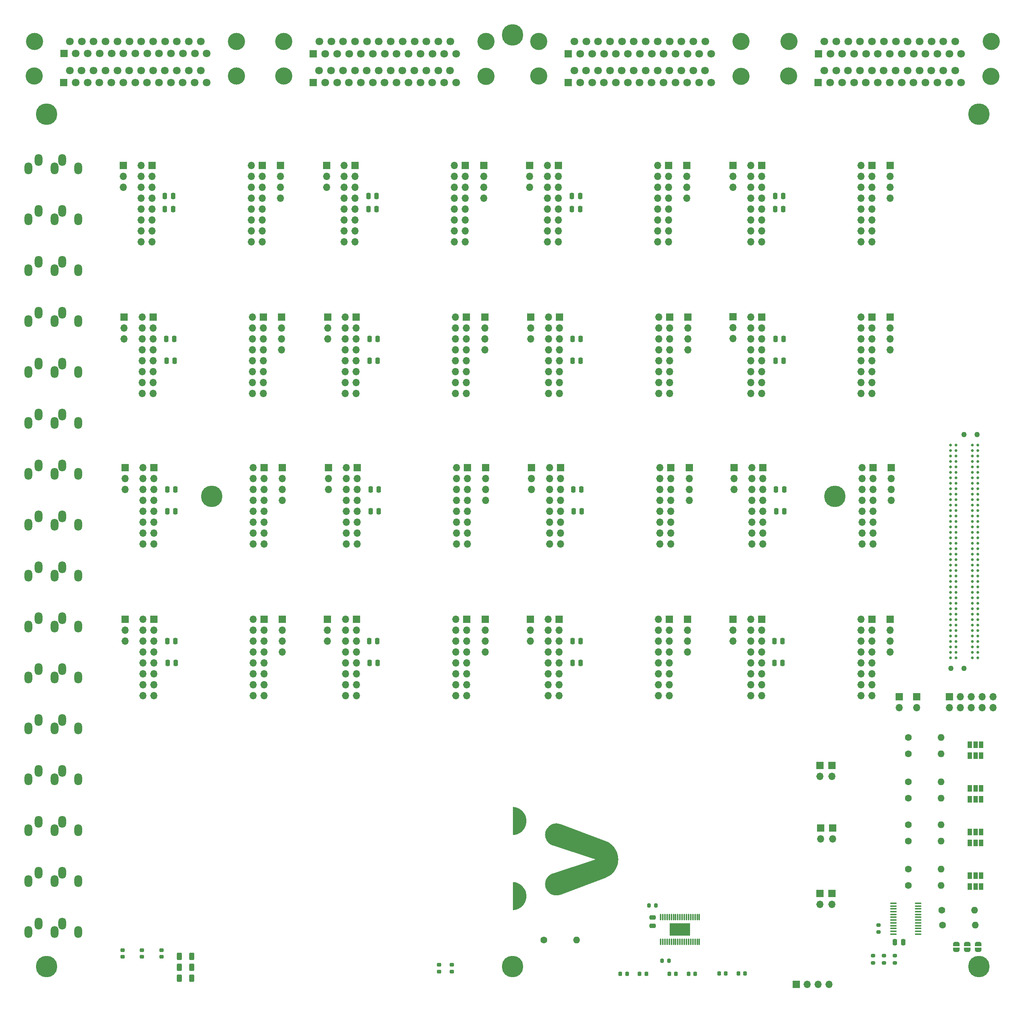
<source format=gbr>
G04 #@! TF.GenerationSoftware,KiCad,Pcbnew,7.0.0*
G04 #@! TF.CreationDate,2024-03-13T15:56:50+01:00*
G04 #@! TF.ProjectId,ADAU1787_rack,41444155-3137-4383-975f-7261636b2e6b,rev?*
G04 #@! TF.SameCoordinates,Original*
G04 #@! TF.FileFunction,Soldermask,Top*
G04 #@! TF.FilePolarity,Negative*
%FSLAX46Y46*%
G04 Gerber Fmt 4.6, Leading zero omitted, Abs format (unit mm)*
G04 Created by KiCad (PCBNEW 7.0.0) date 2024-03-13 15:56:50*
%MOMM*%
%LPD*%
G01*
G04 APERTURE LIST*
G04 Aperture macros list*
%AMRoundRect*
0 Rectangle with rounded corners*
0 $1 Rounding radius*
0 $2 $3 $4 $5 $6 $7 $8 $9 X,Y pos of 4 corners*
0 Add a 4 corners polygon primitive as box body*
4,1,4,$2,$3,$4,$5,$6,$7,$8,$9,$2,$3,0*
0 Add four circle primitives for the rounded corners*
1,1,$1+$1,$2,$3*
1,1,$1+$1,$4,$5*
1,1,$1+$1,$6,$7*
1,1,$1+$1,$8,$9*
0 Add four rect primitives between the rounded corners*
20,1,$1+$1,$2,$3,$4,$5,0*
20,1,$1+$1,$4,$5,$6,$7,0*
20,1,$1+$1,$6,$7,$8,$9,0*
20,1,$1+$1,$8,$9,$2,$3,0*%
%AMFreePoly0*
4,1,19,0.500000,-0.750000,0.000000,-0.750000,0.000000,-0.744911,-0.071157,-0.744911,-0.207708,-0.704816,-0.327430,-0.627875,-0.420627,-0.520320,-0.479746,-0.390866,-0.500000,-0.250000,-0.500000,0.250000,-0.479746,0.390866,-0.420627,0.520320,-0.327430,0.627875,-0.207708,0.704816,-0.071157,0.744911,0.000000,0.744911,0.000000,0.750000,0.500000,0.750000,0.500000,-0.750000,0.500000,-0.750000,
$1*%
%AMFreePoly1*
4,1,19,0.000000,0.744911,0.071157,0.744911,0.207708,0.704816,0.327430,0.627875,0.420627,0.520320,0.479746,0.390866,0.500000,0.250000,0.500000,-0.250000,0.479746,-0.390866,0.420627,-0.520320,0.327430,-0.627875,0.207708,-0.704816,0.071157,-0.744911,0.000000,-0.744911,0.000000,-0.750000,-0.500000,-0.750000,-0.500000,0.750000,0.000000,0.750000,0.000000,0.744911,0.000000,0.744911,
$1*%
G04 Aperture macros list end*
%ADD10C,0.000000*%
%ADD11R,1.700000X1.700000*%
%ADD12O,1.700000X1.700000*%
%ADD13O,1.800000X2.800000*%
%ADD14C,1.270000*%
%ADD15C,0.640000*%
%ADD16RoundRect,0.218750X-0.256250X0.218750X-0.256250X-0.218750X0.256250X-0.218750X0.256250X0.218750X0*%
%ADD17RoundRect,0.218750X0.218750X0.256250X-0.218750X0.256250X-0.218750X-0.256250X0.218750X-0.256250X0*%
%ADD18RoundRect,0.218750X-0.218750X-0.256250X0.218750X-0.256250X0.218750X0.256250X-0.218750X0.256250X0*%
%ADD19R,1.000000X1.500000*%
%ADD20C,1.600000*%
%ADD21O,1.600000X1.600000*%
%ADD22RoundRect,0.100000X0.637500X0.100000X-0.637500X0.100000X-0.637500X-0.100000X0.637500X-0.100000X0*%
%ADD23FreePoly0,90.000000*%
%ADD24FreePoly1,90.000000*%
%ADD25RoundRect,0.218750X0.256250X-0.218750X0.256250X0.218750X-0.256250X0.218750X-0.256250X-0.218750X0*%
%ADD26RoundRect,0.019600X0.120400X-0.700400X0.120400X0.700400X-0.120400X0.700400X-0.120400X-0.700400X0*%
%ADD27R,4.800000X3.000000*%
%ADD28RoundRect,0.250000X-0.250000X-0.475000X0.250000X-0.475000X0.250000X0.475000X-0.250000X0.475000X0*%
%ADD29RoundRect,0.250000X-0.475000X0.250000X-0.475000X-0.250000X0.475000X-0.250000X0.475000X0.250000X0*%
%ADD30RoundRect,0.200000X-0.200000X-0.275000X0.200000X-0.275000X0.200000X0.275000X-0.200000X0.275000X0*%
%ADD31RoundRect,0.250000X0.312500X0.625000X-0.312500X0.625000X-0.312500X-0.625000X0.312500X-0.625000X0*%
%ADD32RoundRect,0.200000X0.275000X-0.200000X0.275000X0.200000X-0.275000X0.200000X-0.275000X-0.200000X0*%
%ADD33RoundRect,0.250000X0.250000X0.475000X-0.250000X0.475000X-0.250000X-0.475000X0.250000X-0.475000X0*%
%ADD34RoundRect,0.200000X-0.275000X0.200000X-0.275000X-0.200000X0.275000X-0.200000X0.275000X0.200000X0*%
%ADD35C,5.000000*%
%ADD36C,4.000000*%
%ADD37R,1.800000X1.800000*%
%ADD38C,1.800000*%
G04 APERTURE END LIST*
D10*
G36*
X149840866Y-227631116D02*
G01*
X149896462Y-227632858D01*
X149951923Y-227635759D01*
X150007232Y-227639819D01*
X150062368Y-227645037D01*
X150117314Y-227651412D01*
X150172050Y-227658942D01*
X150226556Y-227667626D01*
X150280815Y-227677464D01*
X150334806Y-227688454D01*
X150388512Y-227700596D01*
X150441912Y-227713888D01*
X150494988Y-227728329D01*
X150547721Y-227743918D01*
X150600092Y-227760654D01*
X150652081Y-227778536D01*
X161227972Y-231728270D01*
X161553980Y-231864852D01*
X161865452Y-232024899D01*
X162161492Y-232207121D01*
X162441207Y-232410228D01*
X162703702Y-232632930D01*
X162948082Y-232873938D01*
X163173452Y-233131961D01*
X163378919Y-233405711D01*
X163563586Y-233693897D01*
X163726560Y-233995230D01*
X163866947Y-234308419D01*
X163983850Y-234632175D01*
X164076377Y-234965209D01*
X164143631Y-235306231D01*
X164184719Y-235653950D01*
X164198746Y-236007077D01*
X164195270Y-236184336D01*
X164184916Y-236360404D01*
X164167796Y-236535121D01*
X164144021Y-236708325D01*
X164113702Y-236879855D01*
X164076950Y-237049548D01*
X164033877Y-237217244D01*
X163984594Y-237382781D01*
X163929211Y-237545997D01*
X163867841Y-237706732D01*
X163800595Y-237864823D01*
X163727583Y-238020110D01*
X163648917Y-238172430D01*
X163564709Y-238321622D01*
X163475069Y-238467525D01*
X163380109Y-238609978D01*
X163279940Y-238748818D01*
X163174673Y-238883884D01*
X163064420Y-239015016D01*
X162949291Y-239142051D01*
X162829399Y-239264827D01*
X162704853Y-239383185D01*
X162575766Y-239496961D01*
X162442249Y-239605995D01*
X162304413Y-239710125D01*
X162162369Y-239809189D01*
X162016229Y-239903026D01*
X161866103Y-239991476D01*
X161712103Y-240074375D01*
X161554341Y-240151563D01*
X161392927Y-240222878D01*
X161227972Y-240288159D01*
X150656216Y-244236859D01*
X150603494Y-244254927D01*
X150550507Y-244271826D01*
X150497261Y-244287555D01*
X150443764Y-244302116D01*
X150390025Y-244315508D01*
X150336052Y-244327734D01*
X150281852Y-244338792D01*
X150227434Y-244348684D01*
X150172804Y-244357409D01*
X150117972Y-244364970D01*
X150007729Y-244376598D01*
X149896770Y-244383571D01*
X149785156Y-244385895D01*
X149650737Y-244382478D01*
X149518058Y-244372338D01*
X149387288Y-244355639D01*
X149258589Y-244332549D01*
X149132130Y-244303233D01*
X149008074Y-244267855D01*
X148886588Y-244226583D01*
X148767838Y-244179581D01*
X148651988Y-244127015D01*
X148539205Y-244069051D01*
X148429654Y-244005855D01*
X148323501Y-243937592D01*
X148220912Y-243864427D01*
X148122052Y-243786528D01*
X148027087Y-243704058D01*
X147936182Y-243617184D01*
X147849503Y-243526072D01*
X147767216Y-243430887D01*
X147689487Y-243331795D01*
X147616480Y-243228961D01*
X147548362Y-243122552D01*
X147485298Y-243012732D01*
X147427455Y-242899667D01*
X147374997Y-242783524D01*
X147328090Y-242664468D01*
X147286899Y-242542664D01*
X147251592Y-242418278D01*
X147222332Y-242291476D01*
X147199287Y-242162423D01*
X147182620Y-242031286D01*
X147172499Y-241898229D01*
X147169089Y-241763419D01*
X147171201Y-241657174D01*
X147177492Y-241551822D01*
X147187895Y-241447457D01*
X147202340Y-241344172D01*
X147220760Y-241242061D01*
X147243087Y-241141218D01*
X147269252Y-241041736D01*
X147299186Y-240943709D01*
X147332823Y-240847231D01*
X147370093Y-240752395D01*
X147410929Y-240659294D01*
X147455262Y-240568023D01*
X147503025Y-240478675D01*
X147554148Y-240391343D01*
X147608564Y-240306122D01*
X147666205Y-240223105D01*
X147727002Y-240142385D01*
X147790887Y-240064056D01*
X147857792Y-239988212D01*
X147927649Y-239914947D01*
X148000390Y-239844354D01*
X148075946Y-239776526D01*
X148154249Y-239711558D01*
X148235232Y-239649542D01*
X148318825Y-239590574D01*
X148404961Y-239534745D01*
X148493572Y-239482150D01*
X148584589Y-239432883D01*
X148677944Y-239387037D01*
X148773569Y-239344705D01*
X148871396Y-239305982D01*
X148971356Y-239270961D01*
X158311148Y-236208202D01*
X158925064Y-236007077D01*
X158311148Y-235806160D01*
X148970325Y-232743195D01*
X148772362Y-232669452D01*
X148583252Y-232581281D01*
X148403536Y-232479428D01*
X148233752Y-232364644D01*
X148074444Y-232237676D01*
X147926151Y-232099272D01*
X147789414Y-231950182D01*
X147664775Y-231791153D01*
X147552774Y-231622934D01*
X147453951Y-231446273D01*
X147368848Y-231261918D01*
X147298005Y-231070619D01*
X147241964Y-230873124D01*
X147201265Y-230670180D01*
X147176449Y-230462537D01*
X147168057Y-230250943D01*
X147171564Y-230116325D01*
X147181775Y-229983448D01*
X147198525Y-229852478D01*
X147221649Y-229723582D01*
X147250981Y-229596926D01*
X147286356Y-229472674D01*
X147327609Y-229350995D01*
X147374573Y-229232053D01*
X147427084Y-229116015D01*
X147484975Y-229003047D01*
X147548083Y-228893315D01*
X147616240Y-228786985D01*
X147689282Y-228684223D01*
X147767044Y-228585195D01*
X147849359Y-228490067D01*
X147936063Y-228399005D01*
X148026990Y-228312176D01*
X148121975Y-228229744D01*
X148220851Y-228151878D01*
X148323454Y-228078742D01*
X148429619Y-228010502D01*
X148539179Y-227947325D01*
X148651970Y-227889377D01*
X148767825Y-227836824D01*
X148886580Y-227789831D01*
X149008070Y-227748565D01*
X149132127Y-227713192D01*
X149258589Y-227683879D01*
X149387287Y-227660790D01*
X149518059Y-227644092D01*
X149650737Y-227633952D01*
X149785156Y-227630535D01*
X149840866Y-227631116D01*
G37*
G36*
X139763349Y-223801804D02*
G01*
X139770261Y-223802377D01*
X139784042Y-223803677D01*
X139797807Y-223805034D01*
X139811606Y-223806273D01*
X139922234Y-223814573D01*
X140030210Y-223827246D01*
X140135174Y-223843758D01*
X140236763Y-223863577D01*
X140334616Y-223886170D01*
X140428371Y-223911004D01*
X140517665Y-223937545D01*
X140602138Y-223965261D01*
X140681428Y-223993619D01*
X140755173Y-224022086D01*
X140823010Y-224050128D01*
X140884579Y-224077213D01*
X140987465Y-224126379D01*
X141060934Y-224165321D01*
X141060934Y-224168214D01*
X141252304Y-224277185D01*
X141435394Y-224398381D01*
X141609642Y-224531242D01*
X141774489Y-224675209D01*
X141929372Y-224829723D01*
X142073731Y-224994223D01*
X142207005Y-225168151D01*
X142328632Y-225350947D01*
X142438051Y-225542051D01*
X142534702Y-225740903D01*
X142618022Y-225946944D01*
X142687452Y-226159615D01*
X142742430Y-226378356D01*
X142782394Y-226602607D01*
X142806784Y-226831809D01*
X142815039Y-227065401D01*
X142812964Y-227182711D01*
X142806784Y-227298993D01*
X142796571Y-227414175D01*
X142782394Y-227528190D01*
X142764324Y-227640966D01*
X142742430Y-227752433D01*
X142716782Y-227862523D01*
X142687452Y-227971164D01*
X142654509Y-228078287D01*
X142618022Y-228183823D01*
X142578063Y-228287700D01*
X142534702Y-228389850D01*
X142488008Y-228490203D01*
X142438051Y-228588688D01*
X142384903Y-228685235D01*
X142328632Y-228779775D01*
X142269309Y-228872238D01*
X142207005Y-228962554D01*
X142141789Y-229050653D01*
X142073731Y-229136465D01*
X142002902Y-229219920D01*
X141929372Y-229300948D01*
X141853211Y-229379480D01*
X141774489Y-229455445D01*
X141693276Y-229528774D01*
X141609642Y-229599396D01*
X141523658Y-229667242D01*
X141435394Y-229732242D01*
X141344919Y-229794326D01*
X141252304Y-229853424D01*
X141157619Y-229909466D01*
X141060934Y-229962383D01*
X141060934Y-229962589D01*
X141044487Y-229971179D01*
X141028176Y-229979402D01*
X140995618Y-229995662D01*
X140984354Y-230001355D01*
X140973136Y-230007116D01*
X140961893Y-230012834D01*
X140956240Y-230015642D01*
X140950555Y-230018399D01*
X140843870Y-230068387D01*
X140740342Y-230112755D01*
X140640220Y-230151834D01*
X140543752Y-230185954D01*
X140451184Y-230215447D01*
X140362764Y-230240641D01*
X140278740Y-230261867D01*
X140199359Y-230279456D01*
X140124868Y-230293739D01*
X140055517Y-230305044D01*
X139991550Y-230313704D01*
X139933217Y-230320048D01*
X139834442Y-230327109D01*
X139761169Y-230328871D01*
X139756415Y-230329285D01*
X139756415Y-230328871D01*
X139709214Y-230328776D01*
X139690944Y-230328688D01*
X139685104Y-230328596D01*
X139682208Y-230328458D01*
X139683035Y-223802552D01*
X139701488Y-223802737D01*
X139719830Y-223803201D01*
X139756415Y-223804412D01*
X139756415Y-223801311D01*
X139763349Y-223801804D01*
G37*
G36*
X139760361Y-241275869D02*
G01*
X139764293Y-241276188D01*
X139772135Y-241276899D01*
X139779972Y-241277628D01*
X139787836Y-241278281D01*
X139900127Y-241285852D01*
X140009769Y-241297987D01*
X140116389Y-241314134D01*
X140219613Y-241333743D01*
X140319066Y-241356261D01*
X140414375Y-241381138D01*
X140505165Y-241407823D01*
X140591062Y-241435763D01*
X140671692Y-241464409D01*
X140746682Y-241493208D01*
X140815657Y-241521609D01*
X140878242Y-241549062D01*
X140982751Y-241598917D01*
X141057214Y-241638361D01*
X141057214Y-241640634D01*
X141248956Y-241749492D01*
X141432409Y-241870610D01*
X141607010Y-242003428D01*
X141772196Y-242147384D01*
X141927404Y-242301918D01*
X142072069Y-242466469D01*
X142205631Y-242640475D01*
X142327524Y-242823376D01*
X142437186Y-243014611D01*
X142534053Y-243213619D01*
X142617563Y-243419838D01*
X142687153Y-243632709D01*
X142742258Y-243851669D01*
X142782316Y-244076157D01*
X142806764Y-244305614D01*
X142815039Y-244539478D01*
X142812607Y-244666463D01*
X142805370Y-244792236D01*
X142793418Y-244916710D01*
X142776839Y-245039794D01*
X142755723Y-245161401D01*
X142730158Y-245281440D01*
X142700233Y-245399824D01*
X142666038Y-245516464D01*
X142627661Y-245631269D01*
X142585191Y-245744153D01*
X142538717Y-245855025D01*
X142488329Y-245963797D01*
X142434115Y-246070380D01*
X142376165Y-246174684D01*
X142314566Y-246276622D01*
X142249409Y-246376105D01*
X142180783Y-246473042D01*
X142108775Y-246567347D01*
X142033476Y-246658928D01*
X141954974Y-246747699D01*
X141873358Y-246833569D01*
X141788717Y-246916450D01*
X141701141Y-246996253D01*
X141610718Y-247072890D01*
X141517537Y-247146270D01*
X141421687Y-247216306D01*
X141323257Y-247282909D01*
X141222337Y-247345989D01*
X141119014Y-247405457D01*
X141013379Y-247461226D01*
X140905520Y-247513205D01*
X140795526Y-247561307D01*
X140705718Y-247598331D01*
X140618612Y-247631392D01*
X140534367Y-247660713D01*
X140453142Y-247686513D01*
X140375097Y-247709013D01*
X140300390Y-247728435D01*
X140229180Y-247744998D01*
X140161626Y-247758925D01*
X140097888Y-247770436D01*
X140038124Y-247779751D01*
X139982494Y-247787092D01*
X139931157Y-247792680D01*
X139841998Y-247799478D01*
X139771918Y-247801913D01*
X139756415Y-247803360D01*
X139756415Y-247801913D01*
X139706351Y-247801866D01*
X139687475Y-247801754D01*
X139681474Y-247801648D01*
X139678488Y-247801498D01*
X139679315Y-241275592D01*
X139698706Y-241275799D01*
X139717982Y-241276316D01*
X139756415Y-241277661D01*
X139756415Y-241275592D01*
X139760361Y-241275869D01*
G37*
D11*
X56143499Y-180073999D03*
D12*
X53603499Y-180073999D03*
X56143499Y-182613999D03*
X53603499Y-182613999D03*
X56143499Y-185153999D03*
X53603499Y-185153999D03*
X56143499Y-187693999D03*
X53603499Y-187693999D03*
X56143499Y-190233999D03*
X53603499Y-190233999D03*
X56143499Y-192773999D03*
X53603499Y-192773999D03*
X56143499Y-195313999D03*
X53603499Y-195313999D03*
X56143499Y-197853999D03*
X53603499Y-197853999D03*
D11*
X81797499Y-180073999D03*
D12*
X79257499Y-180073999D03*
X81797499Y-182613999D03*
X79257499Y-182613999D03*
X81797499Y-185153999D03*
X79257499Y-185153999D03*
X81797499Y-187693999D03*
X79257499Y-187693999D03*
X81797499Y-190233999D03*
X79257499Y-190233999D03*
X81797499Y-192773999D03*
X79257499Y-192773999D03*
X81797499Y-195313999D03*
X79257499Y-195313999D03*
X81797499Y-197853999D03*
X79257499Y-197853999D03*
D13*
X34774219Y-96843964D03*
X32974219Y-98843964D03*
X26874219Y-98843964D03*
X29274219Y-96843964D03*
X38474219Y-98843964D03*
X34774219Y-84990631D03*
X32974219Y-86990631D03*
X26874219Y-86990631D03*
X29274219Y-84990631D03*
X38474219Y-86990631D03*
X34774219Y-215377294D03*
X32974219Y-217377294D03*
X26874219Y-217377294D03*
X29274219Y-215377294D03*
X38474219Y-217377294D03*
X34774219Y-239083960D03*
X32974219Y-241083960D03*
X26874219Y-241083960D03*
X29274219Y-239083960D03*
X38474219Y-241083960D03*
X34774219Y-250937298D03*
X32974219Y-252937298D03*
X26874219Y-252937298D03*
X29274219Y-250937298D03*
X38474219Y-252937298D03*
X34774219Y-73137298D03*
X32974219Y-75137298D03*
X26874219Y-75137298D03*
X29274219Y-73137298D03*
X38474219Y-75137298D03*
X34774219Y-227230627D03*
X32974219Y-229230627D03*
X26874219Y-229230627D03*
X29274219Y-227230627D03*
X38474219Y-229230627D03*
X34774219Y-191670628D03*
X32974219Y-193670628D03*
X26874219Y-193670628D03*
X29274219Y-191670628D03*
X38474219Y-193670628D03*
X34774219Y-179817295D03*
X32974219Y-181817295D03*
X26874219Y-181817295D03*
X29274219Y-179817295D03*
X38474219Y-181817295D03*
X34774219Y-120550630D03*
X32974219Y-122550630D03*
X26874219Y-122550630D03*
X29274219Y-120550630D03*
X38474219Y-122550630D03*
X34774219Y-167963962D03*
X32974219Y-169963962D03*
X26874219Y-169963962D03*
X29274219Y-167963962D03*
X38474219Y-169963962D03*
X34774219Y-156110629D03*
X32974219Y-158110629D03*
X26874219Y-158110629D03*
X29274219Y-156110629D03*
X38474219Y-158110629D03*
X34774219Y-144257296D03*
X32974219Y-146257296D03*
X26874219Y-146257296D03*
X29274219Y-144257296D03*
X38474219Y-146257296D03*
X34774219Y-203523961D03*
X32974219Y-205523961D03*
X26874219Y-205523961D03*
X29274219Y-203523961D03*
X38474219Y-205523961D03*
D11*
X103263045Y-180073999D03*
D12*
X100723045Y-180073999D03*
X103263045Y-182613999D03*
X100723045Y-182613999D03*
X103263045Y-185153999D03*
X100723045Y-185153999D03*
X103263045Y-187693999D03*
X100723045Y-187693999D03*
X103263045Y-190233999D03*
X100723045Y-190233999D03*
X103263045Y-192773999D03*
X100723045Y-192773999D03*
X103263045Y-195313999D03*
X100723045Y-195313999D03*
X103263045Y-197853999D03*
X100723045Y-197853999D03*
D11*
X128917045Y-180073999D03*
D12*
X126377045Y-180073999D03*
X128917045Y-182613999D03*
X126377045Y-182613999D03*
X128917045Y-185153999D03*
X126377045Y-185153999D03*
X128917045Y-187693999D03*
X126377045Y-187693999D03*
X128917045Y-190233999D03*
X126377045Y-190233999D03*
X128917045Y-192773999D03*
X126377045Y-192773999D03*
X128917045Y-195313999D03*
X126377045Y-195313999D03*
X128917045Y-197853999D03*
X126377045Y-197853999D03*
D11*
X103429712Y-144823499D03*
D12*
X100889712Y-144823499D03*
X103429712Y-147363499D03*
X100889712Y-147363499D03*
X103429712Y-149903499D03*
X100889712Y-149903499D03*
X103429712Y-152443499D03*
X100889712Y-152443499D03*
X103429712Y-154983499D03*
X100889712Y-154983499D03*
X103429712Y-157523499D03*
X100889712Y-157523499D03*
X103429712Y-160063499D03*
X100889712Y-160063499D03*
X103429712Y-162603499D03*
X100889712Y-162603499D03*
D11*
X129083712Y-144823499D03*
D12*
X126543712Y-144823499D03*
X129083712Y-147363499D03*
X126543712Y-147363499D03*
X129083712Y-149903499D03*
X126543712Y-149903499D03*
X129083712Y-152443499D03*
X126543712Y-152443499D03*
X129083712Y-154983499D03*
X126543712Y-154983499D03*
X129083712Y-157523499D03*
X126543712Y-157523499D03*
X129083712Y-160063499D03*
X126543712Y-160063499D03*
X129083712Y-162603499D03*
X126543712Y-162603499D03*
D11*
X150532285Y-109727999D03*
D12*
X147992285Y-109727999D03*
X150532285Y-112267999D03*
X147992285Y-112267999D03*
X150532285Y-114807999D03*
X147992285Y-114807999D03*
X150532285Y-117347999D03*
X147992285Y-117347999D03*
X150532285Y-119887999D03*
X147992285Y-119887999D03*
X150532285Y-122427999D03*
X147992285Y-122427999D03*
X150532285Y-124967999D03*
X147992285Y-124967999D03*
X150532285Y-127507999D03*
X147992285Y-127507999D03*
D11*
X176186285Y-109727999D03*
D12*
X173646285Y-109727999D03*
X176186285Y-112267999D03*
X173646285Y-112267999D03*
X176186285Y-114807999D03*
X173646285Y-114807999D03*
X176186285Y-117347999D03*
X173646285Y-117347999D03*
X176186285Y-119887999D03*
X173646285Y-119887999D03*
X176186285Y-122427999D03*
X173646285Y-122427999D03*
X176186285Y-124967999D03*
X173646285Y-124967999D03*
X176186285Y-127507999D03*
X173646285Y-127507999D03*
D11*
X55666359Y-74421999D03*
D12*
X53126359Y-74421999D03*
X55666359Y-76961999D03*
X53126359Y-76961999D03*
X55666359Y-79501999D03*
X53126359Y-79501999D03*
X55666359Y-82041999D03*
X53126359Y-82041999D03*
X55666359Y-84581999D03*
X53126359Y-84581999D03*
X55666359Y-87121999D03*
X53126359Y-87121999D03*
X55666359Y-89661999D03*
X53126359Y-89661999D03*
X55666359Y-92201999D03*
X53126359Y-92201999D03*
D11*
X81320359Y-74421999D03*
D12*
X78780359Y-74421999D03*
X81320359Y-76961999D03*
X78780359Y-76961999D03*
X81320359Y-79501999D03*
X78780359Y-79501999D03*
X81320359Y-82041999D03*
X78780359Y-82041999D03*
X81320359Y-84581999D03*
X78780359Y-84581999D03*
X81320359Y-87121999D03*
X78780359Y-87121999D03*
X81320359Y-89661999D03*
X78780359Y-89661999D03*
X81320359Y-92201999D03*
X78780359Y-92201999D03*
D11*
X197611999Y-74421999D03*
D12*
X195071999Y-74421999D03*
X197611999Y-76961999D03*
X195071999Y-76961999D03*
X197611999Y-79501999D03*
X195071999Y-79501999D03*
X197611999Y-82041999D03*
X195071999Y-82041999D03*
X197611999Y-84581999D03*
X195071999Y-84581999D03*
X197611999Y-87121999D03*
X195071999Y-87121999D03*
X197611999Y-89661999D03*
X195071999Y-89661999D03*
X197611999Y-92201999D03*
X195071999Y-92201999D03*
D11*
X223265999Y-74421999D03*
D12*
X220725999Y-74421999D03*
X223265999Y-76961999D03*
X220725999Y-76961999D03*
X223265999Y-79501999D03*
X220725999Y-79501999D03*
X223265999Y-82041999D03*
X220725999Y-82041999D03*
X223265999Y-84581999D03*
X220725999Y-84581999D03*
X223265999Y-87121999D03*
X220725999Y-87121999D03*
X223265999Y-89661999D03*
X220725999Y-89661999D03*
X223265999Y-92201999D03*
X220725999Y-92201999D03*
D11*
X102952572Y-74421999D03*
D12*
X100412572Y-74421999D03*
X102952572Y-76961999D03*
X100412572Y-76961999D03*
X102952572Y-79501999D03*
X100412572Y-79501999D03*
X102952572Y-82041999D03*
X100412572Y-82041999D03*
X102952572Y-84581999D03*
X100412572Y-84581999D03*
X102952572Y-87121999D03*
X100412572Y-87121999D03*
X102952572Y-89661999D03*
X100412572Y-89661999D03*
X102952572Y-92201999D03*
X100412572Y-92201999D03*
D11*
X128606572Y-74421999D03*
D12*
X126066572Y-74421999D03*
X128606572Y-76961999D03*
X126066572Y-76961999D03*
X128606572Y-79501999D03*
X126066572Y-79501999D03*
X128606572Y-82041999D03*
X126066572Y-82041999D03*
X128606572Y-84581999D03*
X126066572Y-84581999D03*
X128606572Y-87121999D03*
X126066572Y-87121999D03*
X128606572Y-89661999D03*
X126066572Y-89661999D03*
X128606572Y-92201999D03*
X126066572Y-92201999D03*
D11*
X150759425Y-144823499D03*
D12*
X148219425Y-144823499D03*
X150759425Y-147363499D03*
X148219425Y-147363499D03*
X150759425Y-149903499D03*
X148219425Y-149903499D03*
X150759425Y-152443499D03*
X148219425Y-152443499D03*
X150759425Y-154983499D03*
X148219425Y-154983499D03*
X150759425Y-157523499D03*
X148219425Y-157523499D03*
X150759425Y-160063499D03*
X148219425Y-160063499D03*
X150759425Y-162603499D03*
X148219425Y-162603499D03*
D11*
X176413425Y-144823499D03*
D12*
X173873425Y-144823499D03*
X176413425Y-147363499D03*
X173873425Y-147363499D03*
X176413425Y-149903499D03*
X173873425Y-149903499D03*
X176413425Y-152443499D03*
X173873425Y-152443499D03*
X176413425Y-154983499D03*
X173873425Y-154983499D03*
X176413425Y-157523499D03*
X173873425Y-157523499D03*
X176413425Y-160063499D03*
X173873425Y-160063499D03*
X176413425Y-162603499D03*
X173873425Y-162603499D03*
D11*
X150426091Y-180073999D03*
D12*
X147886091Y-180073999D03*
X150426091Y-182613999D03*
X147886091Y-182613999D03*
X150426091Y-185153999D03*
X147886091Y-185153999D03*
X150426091Y-187693999D03*
X147886091Y-187693999D03*
X150426091Y-190233999D03*
X147886091Y-190233999D03*
X150426091Y-192773999D03*
X147886091Y-192773999D03*
X150426091Y-195313999D03*
X147886091Y-195313999D03*
X150426091Y-197853999D03*
X147886091Y-197853999D03*
D11*
X176080091Y-180073999D03*
D12*
X173540091Y-180073999D03*
X176080091Y-182613999D03*
X173540091Y-182613999D03*
X176080091Y-185153999D03*
X173540091Y-185153999D03*
X176080091Y-187693999D03*
X173540091Y-187693999D03*
X176080091Y-190233999D03*
X173540091Y-190233999D03*
X176080091Y-192773999D03*
X173540091Y-192773999D03*
X176080091Y-195313999D03*
X173540091Y-195313999D03*
X176080091Y-197853999D03*
X173540091Y-197853999D03*
D14*
X244685000Y-137110000D03*
X241635000Y-191490000D03*
D15*
X241510000Y-189065000D03*
X241510000Y-187795000D03*
X241510000Y-186525000D03*
X241510000Y-185255000D03*
X241510000Y-183985000D03*
X241510000Y-182715000D03*
X241510000Y-181445000D03*
X241510000Y-180175000D03*
X241510000Y-178905000D03*
X241510000Y-177635000D03*
X241510000Y-176365000D03*
X241510000Y-175095000D03*
X241510000Y-173825000D03*
X241510000Y-172555000D03*
X241510000Y-171285000D03*
X241510000Y-170015000D03*
X241510000Y-168745000D03*
X241510000Y-167475000D03*
X241510000Y-166205000D03*
X241510000Y-164935000D03*
X241510000Y-163665000D03*
X241510000Y-162395000D03*
X241510000Y-161125000D03*
X241510000Y-159855000D03*
X241510000Y-158585000D03*
X241510000Y-157315000D03*
X241510000Y-156045000D03*
X241510000Y-154775000D03*
X241510000Y-153505000D03*
X241510000Y-152235000D03*
X241510000Y-150965000D03*
X241510000Y-149695000D03*
X241510000Y-148425000D03*
X241510000Y-147155000D03*
X241510000Y-145885000D03*
X241510000Y-144615000D03*
X241510000Y-143345000D03*
X241510000Y-142075000D03*
X241510000Y-140805000D03*
X241510000Y-139535000D03*
X242780000Y-189065000D03*
X242780000Y-187795000D03*
X242780000Y-186525000D03*
X242780000Y-185255000D03*
X242780000Y-183985000D03*
X242780000Y-182715000D03*
X242780000Y-181445000D03*
X242780000Y-180175000D03*
X242780000Y-178905000D03*
X242780000Y-177635000D03*
X242780000Y-176365000D03*
X242780000Y-175095000D03*
X242780000Y-173825000D03*
X242780000Y-172555000D03*
X242780000Y-171285000D03*
X242780000Y-170015000D03*
X242780000Y-168745000D03*
X242780000Y-167475000D03*
X242780000Y-166205000D03*
X242780000Y-164935000D03*
X242780000Y-163665000D03*
X242780000Y-162395000D03*
X242780000Y-161125000D03*
X242780000Y-159855000D03*
X242780000Y-158585000D03*
X242780000Y-157315000D03*
X242780000Y-156045000D03*
X242780000Y-154775000D03*
X242780000Y-153505000D03*
X242780000Y-152235000D03*
X242780000Y-150965000D03*
X242780000Y-149695000D03*
X242780000Y-148425000D03*
X242780000Y-147155000D03*
X242780000Y-145885000D03*
X242780000Y-144615000D03*
X242780000Y-143345000D03*
X242780000Y-142075000D03*
X242780000Y-140805000D03*
X242780000Y-139535000D03*
X246590000Y-189065000D03*
X246590000Y-187795000D03*
X246590000Y-186525000D03*
X246590000Y-185255000D03*
X246590000Y-183985000D03*
X246590000Y-182715000D03*
X246590000Y-181445000D03*
X246590000Y-180175000D03*
X246590000Y-178905000D03*
X246590000Y-177635000D03*
X246590000Y-176365000D03*
X246590000Y-175095000D03*
X246590000Y-173825000D03*
X246590000Y-172555000D03*
X246590000Y-171285000D03*
X246590000Y-170015000D03*
X246590000Y-168745000D03*
X246590000Y-167475000D03*
X246590000Y-166205000D03*
X246590000Y-164935000D03*
X246590000Y-163665000D03*
X246590000Y-162395000D03*
X246590000Y-161125000D03*
X246590000Y-159855000D03*
X246590000Y-158585000D03*
X246590000Y-157315000D03*
X246590000Y-156045000D03*
X246590000Y-154775000D03*
X246590000Y-153505000D03*
X246590000Y-152235000D03*
X246590000Y-150965000D03*
X246590000Y-149695000D03*
X246590000Y-148425000D03*
X246590000Y-147155000D03*
X246590000Y-145885000D03*
X246590000Y-144615000D03*
X246590000Y-143345000D03*
X246590000Y-142075000D03*
X246590000Y-140805000D03*
X246590000Y-139535000D03*
X247860000Y-189065000D03*
X247860000Y-187795000D03*
X247860000Y-186525000D03*
X247860000Y-185255000D03*
X247860000Y-183985000D03*
X247860000Y-182715000D03*
X247860000Y-181445000D03*
X247860000Y-180175000D03*
X247860000Y-178905000D03*
X247860000Y-177635000D03*
X247860000Y-176365000D03*
X247860000Y-175095000D03*
X247860000Y-173825000D03*
X247860000Y-172555000D03*
X247860000Y-171285000D03*
X247860000Y-170015000D03*
X247860000Y-168745000D03*
X247860000Y-167475000D03*
X247860000Y-166205000D03*
X247860000Y-164935000D03*
X247860000Y-163665000D03*
X247860000Y-162395000D03*
X247860000Y-161125000D03*
X247860000Y-159855000D03*
X247860000Y-158585000D03*
X247860000Y-157315000D03*
X247860000Y-156045000D03*
X247860000Y-154775000D03*
X247860000Y-153505000D03*
X247860000Y-152235000D03*
X247860000Y-150965000D03*
X247860000Y-149695000D03*
X247860000Y-148425000D03*
X247860000Y-147155000D03*
X247860000Y-145885000D03*
X247860000Y-144615000D03*
X247860000Y-143345000D03*
X247860000Y-142075000D03*
X247860000Y-140805000D03*
X247860000Y-139535000D03*
D11*
X197611999Y-109727999D03*
D12*
X195071999Y-109727999D03*
X197611999Y-112267999D03*
X195071999Y-112267999D03*
X197611999Y-114807999D03*
X195071999Y-114807999D03*
X197611999Y-117347999D03*
X195071999Y-117347999D03*
X197611999Y-119887999D03*
X195071999Y-119887999D03*
X197611999Y-122427999D03*
X195071999Y-122427999D03*
X197611999Y-124967999D03*
X195071999Y-124967999D03*
X197611999Y-127507999D03*
X195071999Y-127507999D03*
D11*
X223265999Y-109727999D03*
D12*
X220725999Y-109727999D03*
X223265999Y-112267999D03*
X220725999Y-112267999D03*
X223265999Y-114807999D03*
X220725999Y-114807999D03*
X223265999Y-117347999D03*
X220725999Y-117347999D03*
X223265999Y-119887999D03*
X220725999Y-119887999D03*
X223265999Y-122427999D03*
X220725999Y-122427999D03*
X223265999Y-124967999D03*
X220725999Y-124967999D03*
X223265999Y-127507999D03*
X220725999Y-127507999D03*
D11*
X150282285Y-74421999D03*
D12*
X147742285Y-74421999D03*
X150282285Y-76961999D03*
X147742285Y-76961999D03*
X150282285Y-79501999D03*
X147742285Y-79501999D03*
X150282285Y-82041999D03*
X147742285Y-82041999D03*
X150282285Y-84581999D03*
X147742285Y-84581999D03*
X150282285Y-87121999D03*
X147742285Y-87121999D03*
X150282285Y-89661999D03*
X147742285Y-89661999D03*
X150282285Y-92201999D03*
X147742285Y-92201999D03*
D11*
X175936285Y-74421999D03*
D12*
X173396285Y-74421999D03*
X175936285Y-76961999D03*
X173396285Y-76961999D03*
X175936285Y-79501999D03*
X173396285Y-79501999D03*
X175936285Y-82041999D03*
X173396285Y-82041999D03*
X175936285Y-84581999D03*
X173396285Y-84581999D03*
X175936285Y-87121999D03*
X173396285Y-87121999D03*
X175936285Y-89661999D03*
X173396285Y-89661999D03*
X175936285Y-92201999D03*
X173396285Y-92201999D03*
D11*
X197589139Y-180073999D03*
D12*
X195049139Y-180073999D03*
X197589139Y-182613999D03*
X195049139Y-182613999D03*
X197589139Y-185153999D03*
X195049139Y-185153999D03*
X197589139Y-187693999D03*
X195049139Y-187693999D03*
X197589139Y-190233999D03*
X195049139Y-190233999D03*
X197589139Y-192773999D03*
X195049139Y-192773999D03*
X197589139Y-195313999D03*
X195049139Y-195313999D03*
X197589139Y-197853999D03*
X195049139Y-197853999D03*
D11*
X223243139Y-180073999D03*
D12*
X220703139Y-180073999D03*
X223243139Y-182613999D03*
X220703139Y-182613999D03*
X223243139Y-185153999D03*
X220703139Y-185153999D03*
X223243139Y-187693999D03*
X220703139Y-187693999D03*
X223243139Y-190233999D03*
X220703139Y-190233999D03*
X223243139Y-192773999D03*
X220703139Y-192773999D03*
X223243139Y-195313999D03*
X220703139Y-195313999D03*
X223243139Y-197853999D03*
X220703139Y-197853999D03*
D11*
X55916359Y-109727999D03*
D12*
X53376359Y-109727999D03*
X55916359Y-112267999D03*
X53376359Y-112267999D03*
X55916359Y-114807999D03*
X53376359Y-114807999D03*
X55916359Y-117347999D03*
X53376359Y-117347999D03*
X55916359Y-119887999D03*
X53376359Y-119887999D03*
X55916359Y-122427999D03*
X53376359Y-122427999D03*
X55916359Y-124967999D03*
X53376359Y-124967999D03*
X55916359Y-127507999D03*
X53376359Y-127507999D03*
D11*
X81570359Y-109727999D03*
D12*
X79030359Y-109727999D03*
X81570359Y-112267999D03*
X79030359Y-112267999D03*
X81570359Y-114807999D03*
X79030359Y-114807999D03*
X81570359Y-117347999D03*
X79030359Y-117347999D03*
X81570359Y-119887999D03*
X79030359Y-119887999D03*
X81570359Y-122427999D03*
X79030359Y-122427999D03*
X81570359Y-124967999D03*
X79030359Y-124967999D03*
X81570359Y-127507999D03*
X79030359Y-127507999D03*
D11*
X103202572Y-109727999D03*
D12*
X100662572Y-109727999D03*
X103202572Y-112267999D03*
X100662572Y-112267999D03*
X103202572Y-114807999D03*
X100662572Y-114807999D03*
X103202572Y-117347999D03*
X100662572Y-117347999D03*
X103202572Y-119887999D03*
X100662572Y-119887999D03*
X103202572Y-122427999D03*
X100662572Y-122427999D03*
X103202572Y-124967999D03*
X100662572Y-124967999D03*
X103202572Y-127507999D03*
X100662572Y-127507999D03*
D11*
X128856572Y-109727999D03*
D12*
X126316572Y-109727999D03*
X128856572Y-112267999D03*
X126316572Y-112267999D03*
X128856572Y-114807999D03*
X126316572Y-114807999D03*
X128856572Y-117347999D03*
X126316572Y-117347999D03*
X128856572Y-119887999D03*
X126316572Y-119887999D03*
X128856572Y-122427999D03*
X126316572Y-122427999D03*
X128856572Y-124967999D03*
X126316572Y-124967999D03*
X128856572Y-127507999D03*
X126316572Y-127507999D03*
D11*
X56143499Y-144823499D03*
D12*
X53603499Y-144823499D03*
X56143499Y-147363499D03*
X53603499Y-147363499D03*
X56143499Y-149903499D03*
X53603499Y-149903499D03*
X56143499Y-152443499D03*
X53603499Y-152443499D03*
X56143499Y-154983499D03*
X53603499Y-154983499D03*
X56143499Y-157523499D03*
X53603499Y-157523499D03*
X56143499Y-160063499D03*
X53603499Y-160063499D03*
X56143499Y-162603499D03*
X53603499Y-162603499D03*
D11*
X81797499Y-144823499D03*
D12*
X79257499Y-144823499D03*
X81797499Y-147363499D03*
X79257499Y-147363499D03*
X81797499Y-149903499D03*
X79257499Y-149903499D03*
X81797499Y-152443499D03*
X79257499Y-152443499D03*
X81797499Y-154983499D03*
X79257499Y-154983499D03*
X81797499Y-157523499D03*
X79257499Y-157523499D03*
X81797499Y-160063499D03*
X79257499Y-160063499D03*
X81797499Y-162603499D03*
X79257499Y-162603499D03*
D16*
X125476000Y-260553000D03*
X125476000Y-262128000D03*
X122476000Y-260553000D03*
X122476000Y-262128000D03*
D17*
X193732500Y-262600000D03*
X192157500Y-262600000D03*
D18*
X187657500Y-262600000D03*
X189232500Y-262600000D03*
D17*
X182132500Y-262638055D03*
X180557500Y-262638055D03*
D18*
X176057500Y-262638055D03*
X177632500Y-262638055D03*
X169155000Y-262618055D03*
X170730000Y-262618055D03*
D17*
X166255000Y-262618055D03*
X164680000Y-262618055D03*
D19*
X246039999Y-211839999D03*
X247339999Y-211839999D03*
X248639999Y-211839999D03*
X246039999Y-209299999D03*
X247339999Y-209299999D03*
X248639999Y-209299999D03*
X246039999Y-221999999D03*
X247339999Y-221999999D03*
X248639999Y-221999999D03*
X246039999Y-219459999D03*
X247339999Y-219459999D03*
X248639999Y-219459999D03*
D20*
X231750000Y-211470000D03*
D21*
X239369999Y-211469999D03*
D20*
X231750000Y-221770000D03*
D21*
X239369999Y-221769999D03*
D20*
X231750000Y-231770000D03*
D21*
X239369999Y-231769999D03*
D20*
X231750000Y-207660000D03*
D21*
X239369999Y-207659999D03*
D20*
X231750000Y-217960000D03*
D21*
X239369999Y-217959999D03*
D20*
X231750000Y-227960000D03*
D21*
X239369999Y-227959999D03*
D20*
X231750000Y-238270000D03*
D21*
X239369999Y-238269999D03*
D22*
X234002500Y-253384000D03*
X234002500Y-252734000D03*
X234002500Y-252084000D03*
X234002500Y-251434000D03*
X234002500Y-250784000D03*
X234002500Y-250134000D03*
X234002500Y-249484000D03*
X234002500Y-248834000D03*
X234002500Y-248184000D03*
X234002500Y-247534000D03*
X234002500Y-246884000D03*
X234002500Y-246234000D03*
X228277500Y-246234000D03*
X228277500Y-246884000D03*
X228277500Y-247534000D03*
X228277500Y-248184000D03*
X228277500Y-248834000D03*
X228277500Y-249484000D03*
X228277500Y-250134000D03*
X228277500Y-250784000D03*
X228277500Y-251434000D03*
X228277500Y-252084000D03*
X228277500Y-252734000D03*
X228277500Y-253384000D03*
D23*
X247990000Y-257037130D03*
D24*
X247990000Y-255737130D03*
D23*
X245450000Y-257037130D03*
D24*
X245450000Y-255737130D03*
D19*
X246039999Y-232159999D03*
X247339999Y-232159999D03*
X248639999Y-232159999D03*
X246039999Y-229619999D03*
X247339999Y-229619999D03*
X248639999Y-229619999D03*
X246039999Y-242319999D03*
X247339999Y-242319999D03*
X248639999Y-242319999D03*
D20*
X231750000Y-242080000D03*
D21*
X239369999Y-242079999D03*
D25*
X53351616Y-258696919D03*
X53351616Y-257121919D03*
X48851616Y-258696919D03*
X48851616Y-257121919D03*
X57851616Y-258696919D03*
X57851616Y-257121919D03*
D20*
X239522000Y-247870000D03*
D21*
X247141999Y-247869999D03*
D20*
X239649000Y-251333000D03*
D21*
X247268999Y-251332999D03*
D26*
X174062000Y-255234000D03*
X174562000Y-255234000D03*
X175062000Y-255234000D03*
X175562000Y-255234000D03*
X176062000Y-255234000D03*
X176562000Y-255234000D03*
X177062000Y-255234000D03*
X177562000Y-255234000D03*
X178062000Y-255234000D03*
X178562000Y-255234000D03*
X179062000Y-255234000D03*
X179562000Y-255234000D03*
X180062000Y-255234000D03*
X180562000Y-255234000D03*
X181062000Y-255234000D03*
X181562000Y-255234000D03*
X182062000Y-255234000D03*
X182562000Y-255234000D03*
X183062000Y-255234000D03*
X183062000Y-249464000D03*
X182562000Y-249464000D03*
X182062000Y-249464000D03*
X181562000Y-249464000D03*
X181062000Y-249464000D03*
X180562000Y-249464000D03*
X180062000Y-249464000D03*
X179562000Y-249464000D03*
X179062000Y-249464000D03*
X178562000Y-249464000D03*
X178062000Y-249464000D03*
X177562000Y-249464000D03*
X177062000Y-249464000D03*
X176562000Y-249464000D03*
X176062000Y-249464000D03*
X175562000Y-249464000D03*
X175062000Y-249464000D03*
X174562000Y-249464000D03*
X174062000Y-249464000D03*
D27*
X178561999Y-252348999D03*
D28*
X228600000Y-255270000D03*
X230500000Y-255270000D03*
D29*
X172212000Y-249560000D03*
X172212000Y-251460000D03*
D30*
X171321500Y-246761000D03*
X172971500Y-246761000D03*
X174372000Y-259588000D03*
X176022000Y-259588000D03*
D31*
X64930116Y-258572000D03*
X62005116Y-258572000D03*
X64930116Y-261112000D03*
X62005116Y-261112000D03*
X64930116Y-263652000D03*
X62005116Y-263652000D03*
D32*
X224790000Y-252920000D03*
X224790000Y-251270000D03*
D23*
X242910000Y-257037130D03*
D24*
X242910000Y-255737130D03*
D19*
X246039999Y-239779999D03*
X247339999Y-239779999D03*
X248639999Y-239779999D03*
D13*
X34774219Y-108697297D03*
X32974219Y-110697297D03*
X26874219Y-110697297D03*
X29274219Y-108697297D03*
X38474219Y-110697297D03*
D11*
X197839139Y-144823499D03*
D12*
X195299139Y-144823499D03*
X197839139Y-147363499D03*
X195299139Y-147363499D03*
X197839139Y-149903499D03*
X195299139Y-149903499D03*
X197839139Y-152443499D03*
X195299139Y-152443499D03*
X197839139Y-154983499D03*
X195299139Y-154983499D03*
X197839139Y-157523499D03*
X195299139Y-157523499D03*
X197839139Y-160063499D03*
X195299139Y-160063499D03*
X197839139Y-162603499D03*
X195299139Y-162603499D03*
D11*
X223493139Y-144823499D03*
D12*
X220953139Y-144823499D03*
X223493139Y-147363499D03*
X220953139Y-147363499D03*
X223493139Y-149903499D03*
X220953139Y-149903499D03*
X223493139Y-152443499D03*
X220953139Y-152443499D03*
X223493139Y-154983499D03*
X220953139Y-154983499D03*
X223493139Y-157523499D03*
X220953139Y-157523499D03*
X223493139Y-160063499D03*
X220953139Y-160063499D03*
X223493139Y-162603499D03*
X220953139Y-162603499D03*
D13*
X34774219Y-132403963D03*
X32974219Y-134403963D03*
X26874219Y-134403963D03*
X29274219Y-132403963D03*
X38474219Y-134403963D03*
D33*
X155702000Y-154940000D03*
X153802000Y-154940000D03*
X61125500Y-149860000D03*
X59225500Y-149860000D03*
D11*
X213918799Y-214121999D03*
D12*
X213918799Y-216661999D03*
D34*
X223520000Y-258446000D03*
X223520000Y-260096000D03*
D33*
X108458000Y-154940000D03*
X106558000Y-154940000D03*
D11*
X229615999Y-198135999D03*
D12*
X229615999Y-200675999D03*
D11*
X241299999Y-198095999D03*
D12*
X241299999Y-200635999D03*
X243839999Y-198095999D03*
X243839999Y-200635999D03*
X246379999Y-198095999D03*
X246379999Y-200635999D03*
X248919999Y-198095999D03*
X248919999Y-200635999D03*
X251459999Y-198095999D03*
X251459999Y-200635999D03*
D33*
X202814000Y-149860000D03*
X200914000Y-149860000D03*
X60937500Y-119888000D03*
X59037500Y-119888000D03*
D35*
X139600000Y-44000000D03*
D34*
X228600000Y-258446000D03*
X228600000Y-260096000D03*
D33*
X108204000Y-119888000D03*
X106304000Y-119888000D03*
D35*
X69600000Y-151500000D03*
D33*
X202692000Y-119888000D03*
X200792000Y-119888000D03*
D34*
X226060000Y-258446000D03*
X226060000Y-260096000D03*
D36*
X203885800Y-53644800D03*
X203915800Y-45594800D03*
X250955800Y-53654800D03*
X250985800Y-45604800D03*
D37*
X210785799Y-48424799D03*
D38*
X213555800Y-48424800D03*
X216325800Y-48424800D03*
X219095800Y-48424800D03*
X221865800Y-48424800D03*
X224635800Y-48424800D03*
X227405800Y-48424800D03*
X230175800Y-48424800D03*
X232945800Y-48424800D03*
X235715800Y-48424800D03*
X238485800Y-48424800D03*
X241255800Y-48424800D03*
X244025800Y-48424800D03*
X212170800Y-45584800D03*
X214940800Y-45584800D03*
X217710800Y-45584800D03*
X220480800Y-45584800D03*
X223250800Y-45584800D03*
X226020800Y-45584800D03*
X228790800Y-45584800D03*
X231560800Y-45584800D03*
X234330800Y-45584800D03*
X237100800Y-45584800D03*
X239870800Y-45584800D03*
X242640800Y-45584800D03*
D37*
X210755799Y-55174799D03*
D38*
X213525800Y-55174800D03*
X216295800Y-55174800D03*
X219065800Y-55174800D03*
X221835800Y-55174800D03*
X224605800Y-55174800D03*
X227375800Y-55174800D03*
X230145800Y-55174800D03*
X232915800Y-55174800D03*
X235685800Y-55174800D03*
X238455800Y-55174800D03*
X241225800Y-55174800D03*
X243995800Y-55174800D03*
X212140800Y-52334800D03*
X214910800Y-52334800D03*
X217680800Y-52334800D03*
X220450800Y-52334800D03*
X223220800Y-52334800D03*
X225990800Y-52334800D03*
X228760800Y-52334800D03*
X231530800Y-52334800D03*
X234300800Y-52334800D03*
X237070800Y-52334800D03*
X239840800Y-52334800D03*
X242610800Y-52334800D03*
D11*
X213918799Y-243976573D03*
D12*
X213918799Y-246516573D03*
D33*
X155316000Y-81534000D03*
X153416000Y-81534000D03*
X155448000Y-185166000D03*
X153548000Y-185166000D03*
X202438000Y-185166000D03*
X200538000Y-185166000D03*
D11*
X211124799Y-243969999D03*
D12*
X211124799Y-246509999D03*
D33*
X155448000Y-114808000D03*
X153548000Y-114808000D03*
X202692000Y-114808000D03*
X200792000Y-114808000D03*
X61191500Y-190246000D03*
X59291500Y-190246000D03*
X155636000Y-149860000D03*
X153736000Y-149860000D03*
X60574000Y-84582000D03*
X58674000Y-84582000D03*
D36*
X28270200Y-53619400D03*
X28300200Y-45569400D03*
X75340200Y-53629400D03*
X75370200Y-45579400D03*
D37*
X35170199Y-48399399D03*
D38*
X37940200Y-48399400D03*
X40710200Y-48399400D03*
X43480200Y-48399400D03*
X46250200Y-48399400D03*
X49020200Y-48399400D03*
X51790200Y-48399400D03*
X54560200Y-48399400D03*
X57330200Y-48399400D03*
X60100200Y-48399400D03*
X62870200Y-48399400D03*
X65640200Y-48399400D03*
X68410200Y-48399400D03*
X36555200Y-45559400D03*
X39325200Y-45559400D03*
X42095200Y-45559400D03*
X44865200Y-45559400D03*
X47635200Y-45559400D03*
X50405200Y-45559400D03*
X53175200Y-45559400D03*
X55945200Y-45559400D03*
X58715200Y-45559400D03*
X61485200Y-45559400D03*
X64255200Y-45559400D03*
X67025200Y-45559400D03*
D37*
X35140199Y-55149399D03*
D38*
X37910200Y-55149400D03*
X40680200Y-55149400D03*
X43450200Y-55149400D03*
X46220200Y-55149400D03*
X48990200Y-55149400D03*
X51760200Y-55149400D03*
X54530200Y-55149400D03*
X57300200Y-55149400D03*
X60070200Y-55149400D03*
X62840200Y-55149400D03*
X65610200Y-55149400D03*
X68380200Y-55149400D03*
X36525200Y-52309400D03*
X39295200Y-52309400D03*
X42065200Y-52309400D03*
X44835200Y-52309400D03*
X47605200Y-52309400D03*
X50375200Y-52309400D03*
X53145200Y-52309400D03*
X55915200Y-52309400D03*
X58685200Y-52309400D03*
X61455200Y-52309400D03*
X64225200Y-52309400D03*
X66995200Y-52309400D03*
D33*
X108204000Y-114808000D03*
X106304000Y-114808000D03*
X202438000Y-190246000D03*
X200538000Y-190246000D03*
X108138000Y-185166000D03*
X106238000Y-185166000D03*
X202626000Y-81534000D03*
X200726000Y-81534000D03*
D36*
X86334600Y-53644800D03*
X86364600Y-45594800D03*
X133404600Y-53654800D03*
X133434600Y-45604800D03*
D37*
X93234599Y-48424799D03*
D38*
X96004600Y-48424800D03*
X98774600Y-48424800D03*
X101544600Y-48424800D03*
X104314600Y-48424800D03*
X107084600Y-48424800D03*
X109854600Y-48424800D03*
X112624600Y-48424800D03*
X115394600Y-48424800D03*
X118164600Y-48424800D03*
X120934600Y-48424800D03*
X123704600Y-48424800D03*
X126474600Y-48424800D03*
X94619600Y-45584800D03*
X97389600Y-45584800D03*
X100159600Y-45584800D03*
X102929600Y-45584800D03*
X105699600Y-45584800D03*
X108469600Y-45584800D03*
X111239600Y-45584800D03*
X114009600Y-45584800D03*
X116779600Y-45584800D03*
X119549600Y-45584800D03*
X122319600Y-45584800D03*
X125089600Y-45584800D03*
D37*
X93204599Y-55174799D03*
D38*
X95974600Y-55174800D03*
X98744600Y-55174800D03*
X101514600Y-55174800D03*
X104284600Y-55174800D03*
X107054600Y-55174800D03*
X109824600Y-55174800D03*
X112594600Y-55174800D03*
X115364600Y-55174800D03*
X118134600Y-55174800D03*
X120904600Y-55174800D03*
X123674600Y-55174800D03*
X126444600Y-55174800D03*
X94589600Y-52334800D03*
X97359600Y-52334800D03*
X100129600Y-52334800D03*
X102899600Y-52334800D03*
X105669600Y-52334800D03*
X108439600Y-52334800D03*
X111209600Y-52334800D03*
X113979600Y-52334800D03*
X116749600Y-52334800D03*
X119519600Y-52334800D03*
X122289600Y-52334800D03*
X125059600Y-52334800D03*
D33*
X60574000Y-81534000D03*
X58674000Y-81534000D03*
D11*
X205639656Y-265079843D03*
D12*
X208179656Y-265079843D03*
X210719656Y-265079843D03*
X213259656Y-265079843D03*
D33*
X155316000Y-84582000D03*
X153416000Y-84582000D03*
D35*
X31100000Y-62500000D03*
D33*
X61125500Y-154940000D03*
X59225500Y-154940000D03*
X155448000Y-190246000D03*
X153548000Y-190246000D03*
D11*
X233679999Y-198135999D03*
D12*
X233679999Y-200675999D03*
D33*
X202880000Y-154940000D03*
X200980000Y-154940000D03*
D35*
X31100000Y-261000000D03*
X248100000Y-261000000D03*
D33*
X61125500Y-185166000D03*
X59225500Y-185166000D03*
D35*
X248100000Y-62500000D03*
D11*
X214071199Y-228701599D03*
D12*
X214071199Y-231241599D03*
D35*
X139600000Y-261000000D03*
D33*
X108204000Y-190246000D03*
X106304000Y-190246000D03*
X108458000Y-149860000D03*
X106558000Y-149860000D03*
D36*
X145689800Y-53643000D03*
X145719800Y-45593000D03*
X192759800Y-53653000D03*
X192789800Y-45603000D03*
D37*
X152589799Y-48422999D03*
D38*
X155359800Y-48423000D03*
X158129800Y-48423000D03*
X160899800Y-48423000D03*
X163669800Y-48423000D03*
X166439800Y-48423000D03*
X169209800Y-48423000D03*
X171979800Y-48423000D03*
X174749800Y-48423000D03*
X177519800Y-48423000D03*
X180289800Y-48423000D03*
X183059800Y-48423000D03*
X185829800Y-48423000D03*
X153974800Y-45583000D03*
X156744800Y-45583000D03*
X159514800Y-45583000D03*
X162284800Y-45583000D03*
X165054800Y-45583000D03*
X167824800Y-45583000D03*
X170594800Y-45583000D03*
X173364800Y-45583000D03*
X176134800Y-45583000D03*
X178904800Y-45583000D03*
X181674800Y-45583000D03*
X184444800Y-45583000D03*
D37*
X152559799Y-55172999D03*
D38*
X155329800Y-55173000D03*
X158099800Y-55173000D03*
X160869800Y-55173000D03*
X163639800Y-55173000D03*
X166409800Y-55173000D03*
X169179800Y-55173000D03*
X171949800Y-55173000D03*
X174719800Y-55173000D03*
X177489800Y-55173000D03*
X180259800Y-55173000D03*
X183029800Y-55173000D03*
X185799800Y-55173000D03*
X153944800Y-52333000D03*
X156714800Y-52333000D03*
X159484800Y-52333000D03*
X162254800Y-52333000D03*
X165024800Y-52333000D03*
X167794800Y-52333000D03*
X170564800Y-52333000D03*
X173334800Y-52333000D03*
X176104800Y-52333000D03*
X178874800Y-52333000D03*
X181644800Y-52333000D03*
X184414800Y-52333000D03*
D11*
X211124799Y-214121999D03*
D12*
X211124799Y-216661999D03*
D33*
X107950000Y-81534000D03*
X106050000Y-81534000D03*
X107950000Y-84582000D03*
X106050000Y-84582000D03*
D35*
X214590000Y-151480000D03*
D33*
X155448000Y-119888000D03*
X153548000Y-119888000D03*
D11*
X211277199Y-228701599D03*
D12*
X211277199Y-231241599D03*
D33*
X60871500Y-114808000D03*
X58971500Y-114808000D03*
X202626000Y-84582000D03*
X200726000Y-84582000D03*
D14*
X247730000Y-137110000D03*
X244680000Y-191490000D03*
D20*
X146913600Y-254812800D03*
D21*
X154533599Y-254812799D03*
D11*
X49446499Y-180100999D03*
D12*
X49446499Y-182640999D03*
X49446499Y-185180999D03*
D11*
X85795359Y-109759999D03*
D12*
X85795359Y-112299999D03*
X85795359Y-114839999D03*
X85795359Y-117379999D03*
D11*
X132872859Y-74398499D03*
D12*
X132872859Y-76938499D03*
X132872859Y-79478499D03*
X132872859Y-82018499D03*
D11*
X133349999Y-144779999D03*
D12*
X133349999Y-147319999D03*
X133349999Y-149859999D03*
X133349999Y-152399999D03*
D11*
X190907859Y-109632999D03*
D12*
X190907859Y-112172999D03*
X190907859Y-114712999D03*
D11*
X227710999Y-144779999D03*
D12*
X227710999Y-147319999D03*
X227710999Y-149859999D03*
X227710999Y-152399999D03*
D11*
X85545359Y-74398499D03*
D12*
X85545359Y-76938499D03*
X85545359Y-79478499D03*
X85545359Y-82018499D03*
D11*
X96546859Y-109759999D03*
D12*
X96546859Y-112299999D03*
X96546859Y-114839999D03*
D11*
X191134999Y-144794999D03*
D12*
X191134999Y-147334999D03*
X191134999Y-149874999D03*
D11*
X227456999Y-180085999D03*
D12*
X227456999Y-182625999D03*
X227456999Y-185165999D03*
X227456999Y-187705999D03*
D11*
X96296859Y-74398499D03*
D12*
X96296859Y-76938499D03*
X96296859Y-79478499D03*
D11*
X190880999Y-180085999D03*
D12*
X190880999Y-182625999D03*
X190880999Y-185165999D03*
D11*
X180720999Y-144779999D03*
D12*
X180720999Y-147319999D03*
X180720999Y-149859999D03*
X180720999Y-152399999D03*
D11*
X133222999Y-180085999D03*
D12*
X133222999Y-182625999D03*
X133222999Y-185165999D03*
X133222999Y-187705999D03*
D11*
X49193959Y-109734599D03*
D12*
X49193959Y-112274599D03*
X49193959Y-114814599D03*
D11*
X49446499Y-144794999D03*
D12*
X49446499Y-147334999D03*
X49446499Y-149874999D03*
D11*
X143790859Y-109759999D03*
D12*
X143790859Y-112299999D03*
X143790859Y-114839999D03*
D11*
X144017999Y-144779999D03*
D12*
X144017999Y-147319999D03*
X144017999Y-149859999D03*
D11*
X143540859Y-74398499D03*
D12*
X143540859Y-76938499D03*
X143540859Y-79478499D03*
D11*
X180339999Y-180085999D03*
D12*
X180339999Y-182625999D03*
X180339999Y-185165999D03*
X180339999Y-187705999D03*
D11*
X96773999Y-144779999D03*
D12*
X96773999Y-147319999D03*
X96773999Y-149859999D03*
D11*
X86022499Y-180085999D03*
D12*
X86022499Y-182625999D03*
X86022499Y-185165999D03*
X86022499Y-187705999D03*
D11*
X190911859Y-74413499D03*
D12*
X190911859Y-76953499D03*
X190911859Y-79493499D03*
D11*
X180116859Y-74421999D03*
D12*
X180116859Y-76961999D03*
X180116859Y-79501999D03*
X180116859Y-82041999D03*
D11*
X96519999Y-180085999D03*
D12*
X96519999Y-182625999D03*
X96519999Y-185165999D03*
D11*
X133122859Y-109759999D03*
D12*
X133122859Y-112299999D03*
X133122859Y-114839999D03*
X133122859Y-117379999D03*
D11*
X48969359Y-74398499D03*
D12*
X48969359Y-76938499D03*
X48969359Y-79478499D03*
D11*
X143763999Y-180085999D03*
D12*
X143763999Y-182625999D03*
X143763999Y-185165999D03*
D11*
X227487859Y-74398499D03*
D12*
X227487859Y-76938499D03*
X227487859Y-79478499D03*
X227487859Y-82018499D03*
D11*
X227483859Y-109759999D03*
D12*
X227483859Y-112299999D03*
X227483859Y-114839999D03*
X227483859Y-117379999D03*
D11*
X86022499Y-144779999D03*
D12*
X86022499Y-147319999D03*
X86022499Y-149859999D03*
X86022499Y-152399999D03*
D11*
X180366859Y-109769999D03*
D12*
X180366859Y-112309999D03*
X180366859Y-114849999D03*
X180366859Y-117389999D03*
M02*

</source>
